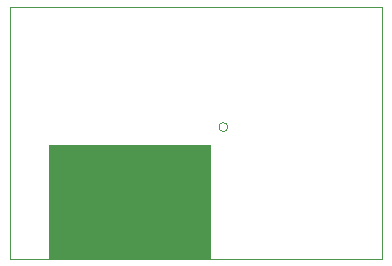
<source format=gbo>
G04 #@! TF.GenerationSoftware,KiCad,Pcbnew,(6.0.8)*
G04 #@! TF.CreationDate,2022-12-10T17:07:18-08:00*
G04 #@! TF.ProjectId,usb_power2,7573625f-706f-4776-9572-322e6b696361,rev?*
G04 #@! TF.SameCoordinates,Original*
G04 #@! TF.FileFunction,Legend,Bot*
G04 #@! TF.FilePolarity,Positive*
%FSLAX46Y46*%
G04 Gerber Fmt 4.6, Leading zero omitted, Abs format (unit mm)*
G04 Created by KiCad (PCBNEW (6.0.8)) date 2022-12-10 17:07:18*
%MOMM*%
%LPD*%
G01*
G04 APERTURE LIST*
G04 #@! TA.AperFunction,Profile*
%ADD10C,0.100000*%
G04 #@! TD*
%ADD11C,0.120000*%
G04 APERTURE END LIST*
D10*
X77470000Y-80000000D02*
X91070000Y-80000000D01*
X91070000Y-80000000D02*
X91070000Y-89663000D01*
X91070000Y-89663000D02*
X77470000Y-89663000D01*
X77470000Y-89663000D02*
X77470000Y-80000000D01*
G36*
X77470000Y-80000000D02*
G01*
X91070000Y-80000000D01*
X91070000Y-89663000D01*
X77470000Y-89663000D01*
X77470000Y-80000000D01*
G37*
X105664000Y-89662000D02*
X74168000Y-89662000D01*
X74168000Y-89662000D02*
X74168000Y-68326000D01*
X74168000Y-68326000D02*
X105664000Y-68326000D01*
X105664000Y-68326000D02*
X105664000Y-89662000D01*
D11*
G04 #@! TO.C,J3*
X92621100Y-78489300D02*
G75*
G03*
X92621100Y-78489300I-381000J0D01*
G01*
G04 #@! TD*
M02*

</source>
